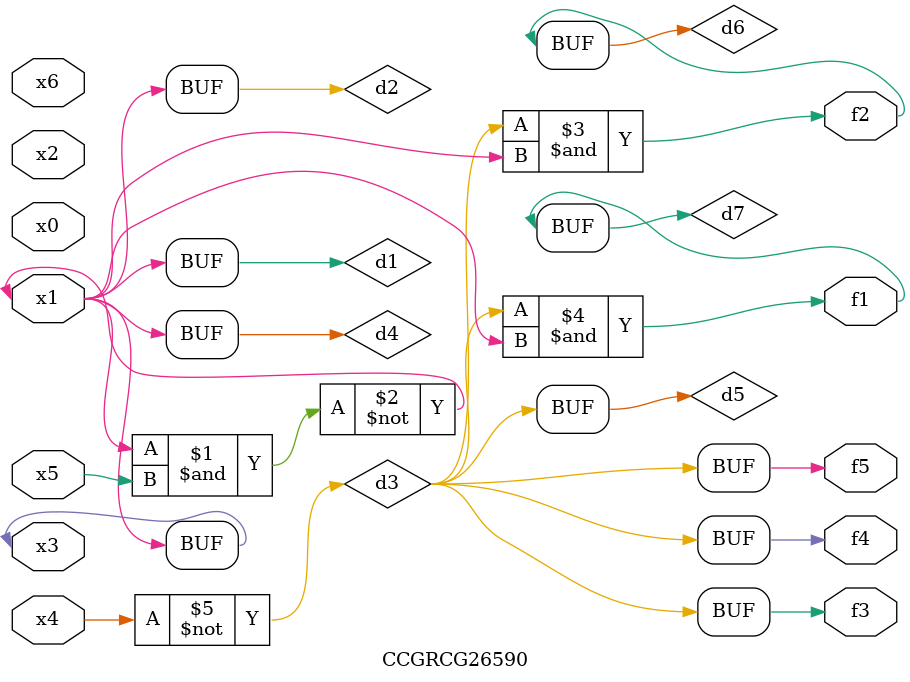
<source format=v>
module CCGRCG26590(
	input x0, x1, x2, x3, x4, x5, x6,
	output f1, f2, f3, f4, f5
);

	wire d1, d2, d3, d4, d5, d6, d7;

	buf (d1, x1, x3);
	nand (d2, x1, x5);
	not (d3, x4);
	buf (d4, d1, d2);
	buf (d5, d3);
	and (d6, d3, d4);
	and (d7, d3, d4);
	assign f1 = d7;
	assign f2 = d6;
	assign f3 = d5;
	assign f4 = d5;
	assign f5 = d5;
endmodule

</source>
